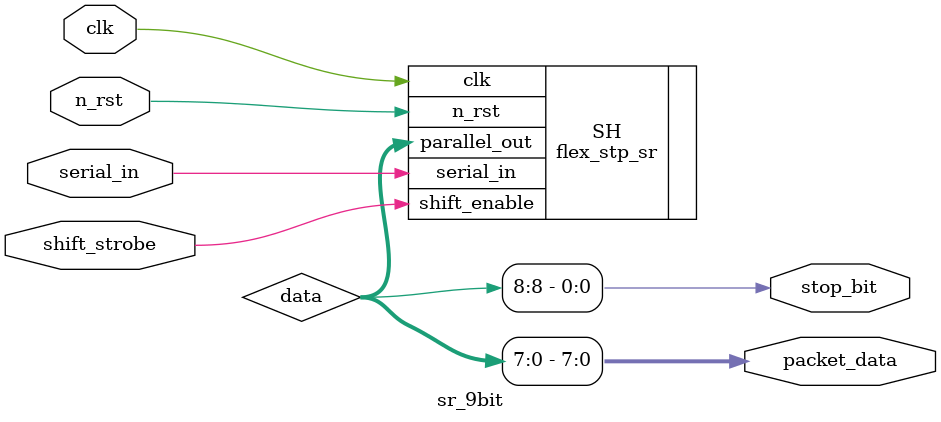
<source format=sv>
module sr_9bit(
  input wire clk,
  input wire n_rst,
  input wire shift_strobe,
  input wire serial_in,
  output reg [7:0] packet_data,
  output reg stop_bit
  );
  
  reg [8:0] data;
  
  defparam SH.NUM_BITS = 9;
  defparam SH.SHIFT_MSB = 0;
  
  
  flex_stp_sr SH (.clk(clk), .n_rst(n_rst), .serial_in(serial_in), .shift_enable(shift_strobe), .parallel_out(data));
  
  assign packet_data[7:0] = data[7:0];
  assign stop_bit = data[8];
  
  
endmodule
  

</source>
